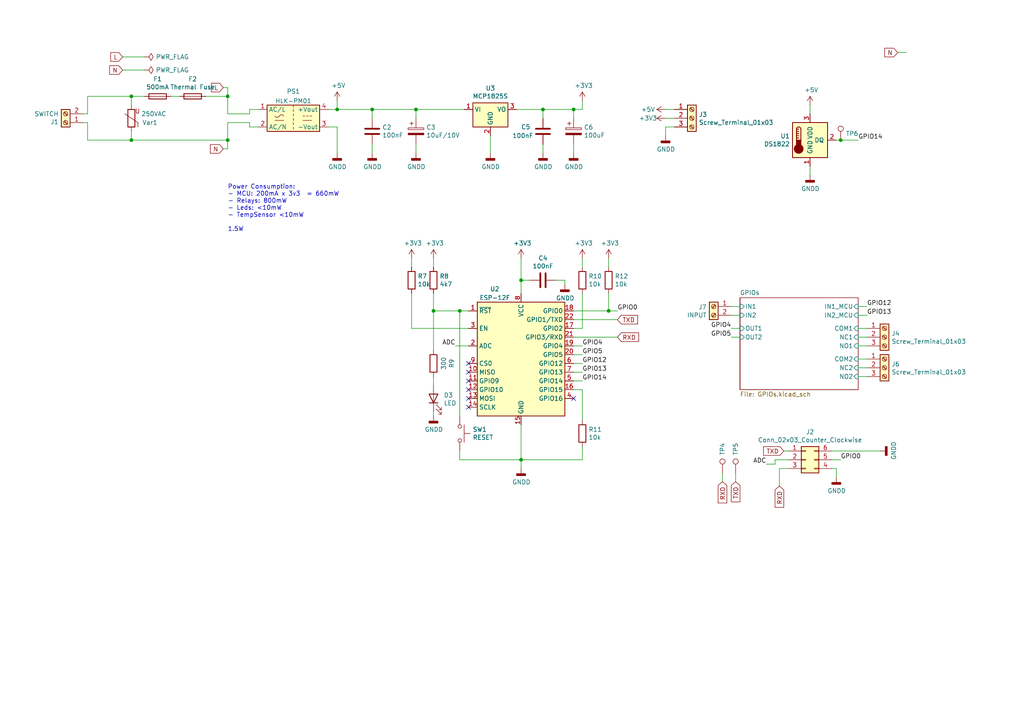
<source format=kicad_sch>
(kicad_sch (version 20211123) (generator eeschema)
  (paper "A4")
  (title_block (title "SmartSwitch") (date "2020-01-12"))
  (lib_symbols
    (symbol "Connector:Screw_Terminal_01x02" (pin_names (offset 1.016) hide)
      (property "Reference" "J" (at 0 2.54 0))
      (property "Value" "Screw_Terminal_01x02" (at 0 -5.08 0))
      (symbol "Screw_Terminal_01x02_1_1"
        (rectangle (start -1.27 1.27) (end 1.27 -3.81) (stroke (width 0.254)) (fill (type background)))
        (circle (center 0 -2.54) (radius 0.635) (stroke (width 0.1524)))
        (polyline (pts (xy -0.5334 -2.2098) (xy 0.3302 -3.048)) (stroke (width 0.1524)))
        (polyline (pts (xy -0.5334 0.3302) (xy 0.3302 -0.508)) (stroke (width 0.1524)))
        (polyline (pts (xy -0.3556 -2.032) (xy 0.508 -2.8702)) (stroke (width 0.1524)))
        (polyline (pts (xy -0.3556 0.508) (xy 0.508 -0.3302)) (stroke (width 0.1524)))
        (circle (center 0 0) (radius 0.635) (stroke (width 0.1524)))
        (pin passive line (at -5.08 0 0) (length 3.81) (name "Pin_1") (number "1"))
        (pin passive line (at -5.08 -2.54 0) (length 3.81) (name "Pin_2") (number "2"))
      )
    )
    (symbol "Connector:Screw_Terminal_01x03" (pin_names (offset 1.016) hide)
      (property "Reference" "J" (at 0 5.08 0))
      (property "Value" "Screw_Terminal_01x03" (at 0 -5.08 0))
      (symbol "Screw_Terminal_01x03_1_1"
        (rectangle (start -1.27 3.81) (end 1.27 -3.81) (stroke (width 0.254)) (fill (type background)))
        (circle (center 0 -2.54) (radius 0.635) (stroke (width 0.1524)))
        (polyline (pts (xy -0.5334 -2.2098) (xy 0.3302 -3.048)) (stroke (width 0.1524)))
        (polyline (pts (xy -0.5334 0.3302) (xy 0.3302 -0.508)) (stroke (width 0.1524)))
        (polyline (pts (xy -0.5334 2.8702) (xy 0.3302 2.032)) (stroke (width 0.1524)))
        (polyline (pts (xy -0.3556 -2.032) (xy 0.508 -2.8702)) (stroke (width 0.1524)))
        (polyline (pts (xy -0.3556 0.508) (xy 0.508 -0.3302)) (stroke (width 0.1524)))
        (polyline (pts (xy -0.3556 3.048) (xy 0.508 2.2098)) (stroke (width 0.1524)))
        (circle (center 0 0) (radius 0.635) (stroke (width 0.1524)))
        (circle (center 0 2.54) (radius 0.635) (stroke (width 0.1524)))
        (pin passive line (at -5.08 2.54 0) (length 3.81) (name "Pin_1") (number "1"))
        (pin passive line (at -5.08 0 0) (length 3.81) (name "Pin_2") (number "2"))
        (pin passive line (at -5.08 -2.54 0) (length 3.81) (name "Pin_3") (number "3"))
      )
    )
    (symbol "Connector:TestPoint" (pin_numbers hide) (pin_names (offset 0.762) hide)
      (property "Reference" "TP" (at 0 6.858 0))
      (property "Value" "TestPoint" (at 0 5.08 0))
      (symbol "TestPoint_0_1"
        (circle (center 0 3.302) (radius 0.762))
      )
      (symbol "TestPoint_1_1"
        (pin passive line (at 0 0 90) (length 2.54) (name "1") (number "1"))
      )
    )
    (symbol "Connector_Generic:Conn_02x03_Counter_Clockwise" (pin_names (offset 1.016) hide)
      (property "Reference" "J" (at 1.27 5.08 0))
      (property "Value" "Conn_02x03_Counter_Clockwise" (at 1.27 -5.08 0))
      (symbol "Conn_02x03_Counter_Clockwise_1_1"
        (rectangle (start -1.27 -2.413) (end 0 -2.667) (stroke (width 0.1524)))
        (rectangle (start -1.27 0.127) (end 0 -0.127) (stroke (width 0.1524)))
        (rectangle (start -1.27 2.667) (end 0 2.413) (stroke (width 0.1524)))
        (rectangle (start -1.27 3.81) (end 3.81 -3.81) (stroke (width 0.254)) (fill (type background)))
        (rectangle (start 3.81 -2.413) (end 2.54 -2.667) (stroke (width 0.1524)))
        (rectangle (start 3.81 0.127) (end 2.54 -0.127) (stroke (width 0.1524)))
        (rectangle (start 3.81 2.667) (end 2.54 2.413) (stroke (width 0.1524)))
        (pin passive line (at -5.08 2.54 0) (length 3.81) (name "Pin_1") (number "1"))
        (pin passive line (at -5.08 0 0) (length 3.81) (name "Pin_2") (number "2"))
        (pin passive line (at -5.08 -2.54 0) (length 3.81) (name "Pin_3") (number "3"))
        (pin passive line (at 7.62 -2.54 180) (length 3.81) (name "Pin_4") (number "4"))
        (pin passive line (at 7.62 0 180) (length 3.81) (name "Pin_5") (number "5"))
        (pin passive line (at 7.62 2.54 180) (length 3.81) (name "Pin_6") (number "6"))
      )
    )
    (symbol "Converter_ACDC:HLK-PM01"
      (property "Reference" "PS" (at 0 5.08 0))
      (property "Value" "HLK-PM01" (at 0 -5.08 0))
      (symbol "HLK-PM01_0_1"
        (rectangle (start -7.62 3.81) (end 7.62 -3.81) (stroke (width 0.254)) (fill (type background)))
        (arc (start -5.334 0.635) (mid -4.699 0.2495) (end -4.064 0.635))
        (arc (start -2.794 0.635) (mid -3.429 1.0072) (end -4.064 0.635))
        (polyline (pts (xy -5.334 -0.635) (xy -2.794 -0.635)))
        (polyline (pts (xy 0 -2.54) (xy 0 -3.175)))
        (polyline (pts (xy 0 -1.27) (xy 0 -1.905)))
        (polyline (pts (xy 0 0) (xy 0 -0.635)))
        (polyline (pts (xy 0 1.27) (xy 0 0.635)))
        (polyline (pts (xy 0 2.54) (xy 0 1.905)))
        (polyline (pts (xy 0 3.81) (xy 0 3.175)))
        (polyline (pts (xy 2.794 -0.635) (xy 5.334 -0.635)))
        (polyline (pts (xy 2.794 0.635) (xy 3.302 0.635)))
        (polyline (pts (xy 3.81 0.635) (xy 4.318 0.635)))
        (polyline (pts (xy 4.826 0.635) (xy 5.334 0.635)))
      )
      (symbol "HLK-PM01_1_1"
        (pin power_in line (at -10.16 2.54 0) (length 2.54) (name "AC/L") (number "1"))
        (pin power_in line (at -10.16 -2.54 0) (length 2.54) (name "AC/N") (number "2"))
        (pin power_out line (at 10.16 -2.54 180) (length 2.54) (name "-Vout") (number "3"))
        (pin power_out line (at 10.16 2.54 180) (length 2.54) (name "+Vout") (number "4"))
      )
    )
    (symbol "Device:C" (pin_numbers hide) (pin_names (offset 0.254))
      (property "Reference" "C" (at 0.635 2.54 0))
      (property "Value" "C" (at 0.635 -2.54 0))
      (symbol "C_0_1"
        (polyline (pts (xy -2.032 -0.762) (xy 2.032 -0.762)) (stroke (width 0.508)))
        (polyline (pts (xy -2.032 0.762) (xy 2.032 0.762)) (stroke (width 0.508)))
      )
      (symbol "C_1_1"
        (pin passive line (at 0 3.81 270) (length 2.794) (name "~") (number "1"))
        (pin passive line (at 0 -3.81 90) (length 2.794) (name "~") (number "2"))
      )
    )
    (symbol "Device:C_Polarized" (pin_numbers hide) (pin_names (offset 0.254))
      (property "Reference" "C" (at 0.635 2.54 0))
      (property "Value" "C_Polarized" (at 0.635 -2.54 0))
      (symbol "C_Polarized_0_1"
        (rectangle (start -2.286 0.508) (end 2.286 1.016))
        (polyline (pts (xy -1.778 2.286) (xy -0.762 2.286)))
        (polyline (pts (xy -1.27 2.794) (xy -1.27 1.778)))
        (rectangle (start 2.286 -0.508) (end -2.286 -1.016) (fill (type outline)))
      )
      (symbol "C_Polarized_1_1"
        (pin passive line (at 0 3.81 270) (length 2.794) (name "~") (number "1"))
        (pin passive line (at 0 -3.81 90) (length 2.794) (name "~") (number "2"))
      )
    )
    (symbol "Device:Fuse" (pin_numbers hide) (pin_names (offset 0))
      (property "Reference" "F" (at 2.032 0 90))
      (property "Value" "Fuse" (at -1.905 0 90))
      (symbol "Fuse_0_1"
        (rectangle (start -0.762 -2.54) (end 0.762 2.54) (stroke (width 0.254)))
        (polyline (pts (xy 0 2.54) (xy 0 -2.54)))
      )
      (symbol "Fuse_1_1"
        (pin passive line (at 0 3.81 270) (length 1.27) (name "~") (number "1"))
        (pin passive line (at 0 -3.81 90) (length 1.27) (name "~") (number "2"))
      )
    )
    (symbol "Device:LED" (pin_numbers hide) (pin_names (offset 1.016) hide)
      (property "Reference" "D" (at 0 2.54 0))
      (property "Value" "LED" (at 0 -2.54 0))
      (symbol "LED_0_1"
        (polyline (pts (xy -1.27 -1.27) (xy -1.27 1.27)) (stroke (width 0.254)))
        (polyline (pts (xy -1.27 0) (xy 1.27 0)))
        (polyline (pts (xy 1.27 -1.27) (xy 1.27 1.27) (xy -1.27 0) (xy 1.27 -1.27)) (stroke (width 0.254)))
        (polyline (pts (xy -3.048 -0.762) (xy -4.572 -2.286) (xy -3.81 -2.286) (xy -4.572 -2.286) (xy -4.572 -1.524)))
        (polyline (pts (xy -1.778 -0.762) (xy -3.302 -2.286) (xy -2.54 -2.286) (xy -3.302 -2.286) (xy -3.302 -1.524)))
      )
      (symbol "LED_1_1"
        (pin passive line (at -3.81 0 0) (length 2.54) (name "K") (number "1"))
        (pin passive line (at 3.81 0 180) (length 2.54) (name "A") (number "2"))
      )
    )
    (symbol "Device:R" (pin_numbers hide) (pin_names (offset 0))
      (property "Reference" "R" (at 2.032 0 90))
      (property "Value" "R" (at 0 0 90))
      (symbol "R_0_1"
        (rectangle (start -1.016 -2.54) (end 1.016 2.54) (stroke (width 0.254)))
      )
      (symbol "R_1_1"
        (pin passive line (at 0 3.81 270) (length 1.27) (name "~") (number "1"))
        (pin passive line (at 0 -3.81 90) (length 1.27) (name "~") (number "2"))
      )
    )
    (symbol "Device:Varistor" (pin_numbers hide) (pin_names (offset 0))
      (property "Reference" "RV" (at 3.175 0 90))
      (property "Value" "Varistor" (at -3.175 0 90))
      (symbol "Varistor_0_0"
        (text "U" (at -1.778 -2.032 0) (effects (font (size 1.27 1.27))))
      )
      (symbol "Varistor_0_1"
        (rectangle (start -1.016 -2.54) (end 1.016 2.54) (stroke (width 0.254)))
        (polyline (pts (xy -1.905 2.54) (xy -1.905 1.27) (xy 1.905 -1.27)))
      )
      (symbol "Varistor_1_1"
        (pin passive line (at 0 3.81 270) (length 1.27) (name "~") (number "1"))
        (pin passive line (at 0 -3.81 90) (length 1.27) (name "~") (number "2"))
      )
    )
    (symbol "RF_Module:ESP-12F"
      (property "Reference" "U" (at -12.7 19.05 0))
      (property "Value" "ESP-12F" (at 12.7 19.05 0))
      (symbol "ESP-12F_0_1"
        (rectangle (start -12.7 17.78) (end 12.7 -15.24) (stroke (width 0.254)) (fill (type background)))
      )
      (symbol "ESP-12F_1_1"
        (pin input line (at -15.24 15.24 0) (length 2.54) (name "~{RST}") (number "1"))
        (pin bidirectional line (at -15.24 -2.54 0) (length 2.54) (name "MISO") (number "10"))
        (pin bidirectional line (at -15.24 -5.08 0) (length 2.54) (name "GPIO9") (number "11"))
        (pin bidirectional line (at -15.24 -7.62 0) (length 2.54) (name "GPIO10") (number "12"))
        (pin bidirectional line (at -15.24 -10.16 0) (length 2.54) (name "MOSI") (number "13"))
        (pin bidirectional line (at -15.24 -12.7 0) (length 2.54) (name "SCLK") (number "14"))
        (pin power_in line (at 0 -17.78 90) (length 2.54) (name "GND") (number "15"))
        (pin bidirectional line (at 15.24 -7.62 180) (length 2.54) (name "GPIO15") (number "16"))
        (pin bidirectional line (at 15.24 10.16 180) (length 2.54) (name "GPIO2") (number "17"))
        (pin bidirectional line (at 15.24 15.24 180) (length 2.54) (name "GPIO0") (number "18"))
        (pin bidirectional line (at 15.24 5.08 180) (length 2.54) (name "GPIO4") (number "19"))
        (pin input line (at -15.24 5.08 0) (length 2.54) (name "ADC") (number "2"))
        (pin bidirectional line (at 15.24 2.54 180) (length 2.54) (name "GPIO5") (number "20"))
        (pin bidirectional line (at 15.24 7.62 180) (length 2.54) (name "GPIO3/RXD") (number "21"))
        (pin bidirectional line (at 15.24 12.7 180) (length 2.54) (name "GPIO1/TXD") (number "22"))
        (pin input line (at -15.24 10.16 0) (length 2.54) (name "EN") (number "3"))
        (pin bidirectional line (at 15.24 -10.16 180) (length 2.54) (name "GPIO16") (number "4"))
        (pin bidirectional line (at 15.24 -5.08 180) (length 2.54) (name "GPIO14") (number "5"))
        (pin bidirectional line (at 15.24 0 180) (length 2.54) (name "GPIO12") (number "6"))
        (pin bidirectional line (at 15.24 -2.54 180) (length 2.54) (name "GPIO13") (number "7"))
        (pin power_in line (at 0 20.32 270) (length 2.54) (name "VCC") (number "8"))
        (pin input line (at -15.24 0 0) (length 2.54) (name "CS0") (number "9"))
      )
    )
    (symbol "Regulator_Linear:MCP1825S"
      (property "Reference" "U" (at -3.81 3.175 0))
      (property "Value" "MCP1825S" (at 0 3.175 0))
      (symbol "MCP1825S_0_1"
        (rectangle (start -5.08 1.905) (end 5.08 -5.08) (stroke (width 0.254)) (fill (type background)))
      )
      (symbol "MCP1825S_1_1"
        (pin power_in line (at -7.62 0 0) (length 2.54) (name "VI") (number "1"))
        (pin power_in line (at 0 -7.62 90) (length 2.54) (name "GND") (number "2"))
        (pin power_out line (at 7.62 0 180) (length 2.54) (name "VO") (number "3"))
      )
    )
    (symbol "Sensor_Temperature:DS1822" (pin_names (offset 1.016))
      (property "Reference" "U" (at -3.81 6.35 0))
      (property "Value" "DS1822" (at 6.35 6.35 0))
      (symbol "DS1822_0_1"
        (rectangle (start -5.08 5.08) (end 5.08 -5.08) (stroke (width 0.254)) (fill (type background)))
        (circle (center -3.302 -2.54) (radius 1.27) (stroke (width 0.254)) (fill (type outline)))
        (rectangle (start -2.667 -1.905) (end -3.937 0) (stroke (width 0.254)) (fill (type outline)))
        (arc (start -2.667 3.175) (mid -3.302 3.81) (end -3.937 3.175) (stroke (width 0.254)))
        (polyline (pts (xy -3.937 0.635) (xy -3.302 0.635)) (stroke (width 0.254)))
        (polyline (pts (xy -3.937 1.27) (xy -3.302 1.27)) (stroke (width 0.254)))
        (polyline (pts (xy -3.937 1.905) (xy -3.302 1.905)) (stroke (width 0.254)))
        (polyline (pts (xy -3.937 2.54) (xy -3.302 2.54)) (stroke (width 0.254)))
        (polyline (pts (xy -3.937 3.175) (xy -3.937 0)) (stroke (width 0.254)))
        (polyline (pts (xy -3.937 3.175) (xy -3.302 3.175)) (stroke (width 0.254)))
        (polyline (pts (xy -2.667 3.175) (xy -2.667 0)) (stroke (width 0.254)))
      )
      (symbol "DS1822_1_1"
        (pin power_in line (at 0 -7.62 90) (length 2.54) (name "GND") (number "1"))
        (pin bidirectional line (at 7.62 0 180) (length 2.54) (name "DQ") (number "2"))
        (pin power_in line (at 0 7.62 270) (length 2.54) (name "VDD") (number "3"))
      )
    )
    (symbol "Switch:SW_Push" (pin_numbers hide) (pin_names (offset 1.016) hide)
      (property "Reference" "SW" (at 1.27 2.54 0))
      (property "Value" "SW_Push" (at 0 -1.524 0))
      (symbol "SW_Push_0_1"
        (circle (center -2.032 0) (radius 0.508))
        (polyline (pts (xy 0 1.27) (xy 0 3.048)))
        (polyline (pts (xy 2.54 1.27) (xy -2.54 1.27)))
        (circle (center 2.032 0) (radius 0.508))
        (pin passive line (at -5.08 0 0) (length 2.54) (name "1") (number "1"))
        (pin passive line (at 5.08 0 180) (length 2.54) (name "2") (number "2"))
      )
    )
    (symbol "power:+3V3" (power) (pin_names (offset 0))
      (property "Value" "+3V3" (at 0 3.556 0))
      (symbol "+3V3_0_1"
        (polyline (pts (xy -0.762 1.27) (xy 0 2.54)))
        (polyline (pts (xy 0 0) (xy 0 2.54)))
        (polyline (pts (xy 0 2.54) (xy 0.762 1.27)))
      )
      (symbol "+3V3_1_1"
        (pin power_in line (at 0 0 90) (length 0) hide (name "+3V3") (number "1"))
      )
    )
    (symbol "power:+5V" (power) (pin_names (offset 0))
      (property "Value" "+5V" (at 0 3.556 0))
      (symbol "+5V_0_1"
        (polyline (pts (xy -0.762 1.27) (xy 0 2.54)))
        (polyline (pts (xy 0 0) (xy 0 2.54)))
        (polyline (pts (xy 0 2.54) (xy 0.762 1.27)))
      )
      (symbol "+5V_1_1"
        (pin power_in line (at 0 0 90) (length 0) hide (name "+5V") (number "1"))
      )
    )
    (symbol "power:GNDD" (power) (pin_names (offset 0))
      (property "Value" "GNDD" (at 0 -3.175 0))
      (symbol "GNDD_0_1"
        (rectangle (start -1.27 -1.524) (end 1.27 -2.032) (stroke (width 0.254)) (fill (type outline)))
        (polyline (pts (xy 0 0) (xy 0 -1.524)))
      )
      (symbol "GNDD_1_1"
        (pin power_in line (at 0 0 270) (length 0) hide (name "GNDD") (number "1"))
      )
    )
    (symbol "power:PWR_FLAG" (power) (pin_numbers hide) (pin_names (offset 0) hide)
      (property "Value" "PWR_FLAG" (at 0 3.81 0))
      (symbol "PWR_FLAG_0_0"
        (pin power_out line (at 0 0 90) (length 0) (name "pwr") (number "1"))
      )
      (symbol "PWR_FLAG_0_1"
        (polyline (pts (xy 0 0) (xy 0 1.27) (xy -1.016 1.905) (xy 0 2.54) (xy 1.016 1.905) (xy 0 1.27)))
      )
    )
  )
  (junction (at 97.79 31.75))
  (junction (at 176.53 90.17))
  (junction (at 125.73 90.17))
  (junction (at 120.65 31.75))
  (junction (at 243.84 40.64))
  (junction (at 157.48 31.75))
  (junction (at 66.04 40.64))
  (junction (at 151.13 81.28))
  (junction (at 38.1 27.94))
  (junction (at 66.04 27.94))
  (junction (at 151.13 133.35))
  (junction (at 133.35 90.17))
  (junction (at 107.95 31.75))
  (junction (at 166.37 31.75))
  (junction (at 38.1 40.64))
  (no_connect (at 135.89 107.95))
  (no_connect (at 166.37 115.57))
  (no_connect (at 135.89 105.41))
  (no_connect (at 135.89 113.03))
  (no_connect (at 135.89 118.11))
  (no_connect (at 135.89 110.49))
  (no_connect (at 135.89 115.57))
  (wire (pts (xy 166.37 90.17) (xy 176.53 90.17)))
  (wire (pts (xy 151.13 81.28) (xy 151.13 85.09)))
  (wire (pts (xy 151.13 135.89) (xy 151.13 133.35)))
  (wire (pts (xy 168.91 95.25) (xy 168.91 85.09)))
  (wire (pts (xy 120.65 31.75) (xy 107.95 31.75)))
  (wire (pts (xy 168.91 105.41) (xy 166.37 105.41)))
  (wire (pts (xy 157.48 41.91) (xy 157.48 44.45)))
  (wire (pts (xy 168.91 113.03) (xy 168.91 121.92)))
  (wire (pts (xy 49.53 27.94) (xy 52.07 27.94)))
  (wire (pts (xy 97.79 36.83) (xy 97.79 44.45)))
  (wire (pts (xy 226.06 135.89) (xy 228.6 135.89)))
  (wire (pts (xy 72.39 36.83) (xy 72.39 35.56)))
  (wire (pts (xy 133.35 130.81) (xy 133.35 133.35)))
  (wire (pts (xy 166.37 113.03) (xy 168.91 113.03)))
  (wire (pts (xy 227.33 130.81) (xy 228.6 130.81)))
  (wire (pts (xy 107.95 44.45) (xy 107.95 41.91)))
  (wire (pts (xy 119.38 85.09) (xy 119.38 95.25)))
  (wire (pts (xy 224.79 134.62) (xy 224.79 133.35)))
  (wire (pts (xy 176.53 74.93) (xy 176.53 77.47)))
  (wire (pts (xy 163.83 81.28) (xy 161.29 81.28)))
  (wire (pts (xy 64.77 43.18) (xy 66.04 43.18)))
  (wire (pts (xy 214.63 97.79) (xy 212.09 97.79)))
  (wire (pts (xy 133.35 90.17) (xy 135.89 90.17)))
  (wire (pts (xy 168.91 129.54) (xy 168.91 133.35)))
  (wire (pts (xy 166.37 97.79) (xy 179.07 97.79)))
  (wire (pts (xy 35.56 20.32) (xy 41.91 20.32)))
  (wire (pts (xy 97.79 31.75) (xy 107.95 31.75)))
  (wire (pts (xy 107.95 34.29) (xy 107.95 31.75)))
  (wire (pts (xy 168.91 74.93) (xy 168.91 77.47)))
  (wire (pts (xy 38.1 40.64) (xy 66.04 40.64)))
  (wire (pts (xy 226.06 135.89) (xy 226.06 140.97)))
  (wire (pts (xy 38.1 27.94) (xy 41.91 27.94)))
  (wire (pts (xy 168.91 110.49) (xy 166.37 110.49)))
  (wire (pts (xy 166.37 31.75) (xy 168.91 31.75)))
  (wire (pts (xy 25.4 35.56) (xy 24.13 35.56)))
  (wire (pts (xy 38.1 38.1) (xy 38.1 40.64)))
  (wire (pts (xy 222.25 134.62) (xy 224.79 134.62)))
  (wire (pts (xy 248.92 95.25) (xy 251.46 95.25)))
  (wire (pts (xy 25.4 33.02) (xy 25.4 27.94)))
  (wire (pts (xy 66.04 35.56) (xy 72.39 35.56)))
  (wire (pts (xy 168.91 95.25) (xy 166.37 95.25)))
  (wire (pts (xy 243.84 133.35) (xy 241.3 133.35)))
  (wire (pts (xy 193.04 36.83) (xy 193.04 39.37)))
  (wire (pts (xy 119.38 95.25) (xy 135.89 95.25)))
  (wire (pts (xy 149.86 31.75) (xy 157.48 31.75)))
  (wire (pts (xy 241.3 130.81) (xy 255.27 130.81)))
  (wire (pts (xy 119.38 77.47) (xy 119.38 74.93)))
  (wire (pts (xy 125.73 90.17) (xy 125.73 85.09)))
  (wire (pts (xy 132.08 100.33) (xy 135.89 100.33)))
  (wire (pts (xy 242.57 135.89) (xy 241.3 135.89)))
  (wire (pts (xy 166.37 41.91) (xy 166.37 44.45)))
  (wire (pts (xy 209.55 137.16) (xy 209.55 139.7)))
  (wire (pts (xy 251.46 109.22) (xy 248.92 109.22)))
  (wire (pts (xy 224.79 133.35) (xy 228.6 133.35)))
  (wire (pts (xy 214.63 91.44) (xy 212.09 91.44)))
  (wire (pts (xy 251.46 88.9) (xy 248.92 88.9)))
  (wire (pts (xy 120.65 44.45) (xy 120.65 41.91)))
  (wire (pts (xy 251.46 97.79) (xy 248.92 97.79)))
  (wire (pts (xy 125.73 90.17) (xy 125.73 101.6)))
  (wire (pts (xy 142.24 44.45) (xy 142.24 39.37)))
  (wire (pts (xy 248.92 100.33) (xy 251.46 100.33)))
  (wire (pts (xy 72.39 33.02) (xy 72.39 31.75)))
  (wire (pts (xy 25.4 35.56) (xy 25.4 40.64)))
  (wire (pts (xy 260.35 15.24) (xy 262.89 15.24)))
  (wire (pts (xy 151.13 74.93) (xy 151.13 81.28)))
  (wire (pts (xy 195.58 36.83) (xy 193.04 36.83)))
  (wire (pts (xy 251.46 104.14) (xy 248.92 104.14)))
  (wire (pts (xy 151.13 123.19) (xy 151.13 133.35)))
  (wire (pts (xy 38.1 30.48) (xy 38.1 27.94)))
  (wire (pts (xy 59.69 27.94) (xy 66.04 27.94)))
  (wire (pts (xy 251.46 91.44) (xy 248.92 91.44)))
  (wire (pts (xy 179.07 90.17) (xy 176.53 90.17)))
  (wire (pts (xy 66.04 33.02) (xy 72.39 33.02)))
  (wire (pts (xy 157.48 31.75) (xy 157.48 34.29)))
  (wire (pts (xy 64.77 25.4) (xy 66.04 25.4)))
  (wire (pts (xy 120.65 31.75) (xy 134.62 31.75)))
  (wire (pts (xy 176.53 85.09) (xy 176.53 90.17)))
  (wire (pts (xy 163.83 82.55) (xy 163.83 81.28)))
  (wire (pts (xy 133.35 120.65) (xy 133.35 90.17)))
  (wire (pts (xy 95.25 31.75) (xy 97.79 31.75)))
  (wire (pts (xy 213.36 137.16) (xy 213.36 139.7)))
  (wire (pts (xy 168.91 107.95) (xy 166.37 107.95)))
  (wire (pts (xy 66.04 25.4) (xy 66.04 27.94)))
  (wire (pts (xy 168.91 102.87) (xy 166.37 102.87)))
  (wire (pts (xy 97.79 36.83) (xy 95.25 36.83)))
  (wire (pts (xy 97.79 31.75) (xy 97.79 29.21)))
  (wire (pts (xy 35.56 16.51) (xy 41.91 16.51)))
  (wire (pts (xy 120.65 34.29) (xy 120.65 31.75)))
  (wire (pts (xy 168.91 100.33) (xy 166.37 100.33)))
  (wire (pts (xy 151.13 81.28) (xy 153.67 81.28)))
  (wire (pts (xy 166.37 31.75) (xy 166.37 34.29)))
  (wire (pts (xy 151.13 133.35) (xy 168.91 133.35)))
  (wire (pts (xy 193.04 34.29) (xy 195.58 34.29)))
  (wire (pts (xy 234.95 30.48) (xy 234.95 33.02)))
  (wire (pts (xy 66.04 27.94) (xy 66.04 33.02)))
  (wire (pts (xy 25.4 27.94) (xy 38.1 27.94)))
  (wire (pts (xy 125.73 120.65) (xy 125.73 119.38)))
  (wire (pts (xy 195.58 31.75) (xy 193.04 31.75)))
  (wire (pts (xy 234.95 48.26) (xy 234.95 50.8)))
  (wire (pts (xy 125.73 77.47) (xy 125.73 74.93)))
  (wire (pts (xy 157.48 31.75) (xy 166.37 31.75)))
  (wire (pts (xy 166.37 92.71) (xy 179.07 92.71)))
  (wire (pts (xy 151.13 133.35) (xy 133.35 133.35)))
  (wire (pts (xy 168.91 31.75) (xy 168.91 29.21)))
  (wire (pts (xy 248.92 106.68) (xy 251.46 106.68)))
  (wire (pts (xy 24.13 33.02) (xy 25.4 33.02)))
  (wire (pts (xy 212.09 88.9) (xy 214.63 88.9)))
  (wire (pts (xy 66.04 35.56) (xy 66.04 40.64)))
  (wire (pts (xy 74.93 36.83) (xy 72.39 36.83)))
  (wire (pts (xy 243.84 40.64) (xy 248.92 40.64)))
  (wire (pts (xy 25.4 40.64) (xy 38.1 40.64)))
  (wire (pts (xy 125.73 109.22) (xy 125.73 111.76)))
  (wire (pts (xy 214.63 95.25) (xy 212.09 95.25)))
  (wire (pts (xy 242.57 40.64) (xy 243.84 40.64)))
  (wire (pts (xy 242.57 138.43) (xy 242.57 135.89)))
  (wire (pts (xy 72.39 31.75) (xy 74.93 31.75)))
  (wire (pts (xy 66.04 43.18) (xy 66.04 40.64)))
  (wire (pts (xy 125.73 90.17) (xy 133.35 90.17)))
  (text "Power Consumption:\n- MCU: 200mA x 3v3  = 660mW\n- Relays: 800mW\n- Leds: <10mW\n- TempSensor <10mW\n~{}                                    \n1.5W" (at 66.04 67.31 0) (effects (font (size 1.27 1.27)) (justify left bottom)))
  (label "GPIO4" (at 168.91 100.33 0))
  (label "GPIO4" (at 212.09 95.25 180))
  (label "GPIO13" (at 251.46 91.44 0))
  (label "ADC" (at 222.25 134.62 180))
  (label "ADC" (at 132.08 100.33 180))
  (label "GPIO5" (at 212.09 97.79 180))
  (label "GPIO14" (at 248.92 40.64 0))
  (label "GPIO0" (at 179.07 90.17 0))
  (label "GPIO12" (at 251.46 88.9 0))
  (label "GPIO14" (at 168.91 110.49 0))
  (label "GPIO13" (at 168.91 107.95 0))
  (label "GPIO12" (at 168.91 105.41 0))
  (label "GPIO0" (at 243.84 133.35 0))
  (label "GPIO5" (at 168.91 102.87 0))
  (global_label "L" (shape input) (at 35.56 16.51 180) (property "Intersheet References" "${INTERSHEET_REFS}" (effects hide)))
  (global_label "TXD" (shape input) (at 227.33 130.81 180) (property "Intersheet References" "${INTERSHEET_REFS}" (effects hide)))
  (global_label "L" (shape input) (at 64.77 25.4 180) (property "Intersheet References" "${INTERSHEET_REFS}" (effects hide)))
  (global_label "N" (shape input) (at 64.77 43.18 180) (property "Intersheet References" "${INTERSHEET_REFS}" (effects hide)))
  (global_label "RXD" (shape input) (at 209.55 139.7 270) (property "Intersheet References" "${INTERSHEET_REFS}" (effects hide)))
  (global_label "TXD" (shape input) (at 179.07 92.71 0) (property "Intersheet References" "${INTERSHEET_REFS}" (effects hide)))
  (global_label "TXD" (shape input) (at 213.36 139.7 270) (property "Intersheet References" "${INTERSHEET_REFS}" (effects hide)))
  (global_label "N" (shape input) (at 35.56 20.32 180) (property "Intersheet References" "${INTERSHEET_REFS}" (effects hide)))
  (global_label "RXD" (shape input) (at 226.06 140.97 270) (property "Intersheet References" "${INTERSHEET_REFS}" (effects hide)))
  (global_label "N" (shape input) (at 260.35 15.24 180) (property "Intersheet References" "${INTERSHEET_REFS}" (effects hide)))
  (global_label "RXD" (shape input) (at 179.07 97.79 0) (property "Intersheet References" "${INTERSHEET_REFS}" (effects hide)))
  (symbol (lib_id "Device:Fuse") (at 45.72 27.94 270) (unit 1)
    (property "Reference" "F1" (at 45.72 22.9362 90))
    (property "Value" "500mA" (at 45.72 25.2476 90))
    (property "Footprint" "Fuse:Fuseholder_Cylinder-5x20mm_Schurter_0031_8201_Horizontal_Open" (effects hide))
  )
  (symbol (lib_id "Device:Varistor") (at 38.1 34.29 180) (unit 1)
    (property "Reference" "Var1" (at 45.72 35.56 0) (effects (justify left)))
    (property "Value" "250VAC" (at 48.26 33.02 0) (effects (justify left)))
    (property "Footprint" "Varistor:RV_Disc_D7mm_W3.4mm_P5mm" (effects hide))
  )
  (symbol (lib_id "Device:C") (at 107.95 38.1 0) (unit 1)
    (property "Reference" "C2" (at 110.871 36.9316 0) (effects (justify left)))
    (property "Value" "100nF" (at 110.871 39.243 0) (effects (justify left)))
    (property "Footprint" "Capacitor_THT:C_Disc_D5.0mm_W2.5mm_P5.00mm" (effects hide))
  )
  (symbol (lib_id "Device:C_Polarized") (at 120.65 38.1 0) (unit 1)
    (property "Reference" "C3" (at 123.6472 36.9316 0) (effects (justify left)))
    (property "Value" "10uF/10V" (at 123.6472 39.243 0) (effects (justify left)))
    (property "Footprint" "Capacitor_THT:CP_Radial_D5.0mm_P2.50mm" (effects hide))
  )
  (symbol (lib_id "power:GNDD") (at 97.79 44.45 0) (unit 1)
    (property "Reference" "#PWR02" (effects hide))
    (property "Value" "GNDD" (at 97.8916 48.387 0))
  )
  (symbol (lib_id "power:GNDD") (at 107.95 44.45 0) (unit 1)
    (property "Reference" "#PWR05" (effects hide))
    (property "Value" "GNDD" (at 108.0516 48.387 0))
  )
  (symbol (lib_id "power:GNDD") (at 120.65 44.45 0) (unit 1)
    (property "Reference" "#PWR09" (effects hide))
    (property "Value" "GNDD" (at 120.7516 48.387 0))
  )
  (symbol (lib_id "Regulator_Linear:MCP1825S") (at 142.24 31.75 0) (unit 1)
    (property "Reference" "U3" (at 142.24 25.6032 0))
    (property "Value" "MCP1825S" (at 142.24 27.9146 0))
    (property "Footprint" "Package_TO_SOT_SMD:SOT-223" (effects hide))
    (property "Datasheet" "http://ww1.microchip.com/downloads/en/devicedoc/22056b.pdf" (effects hide))
  )
  (symbol (lib_id "power:GNDD") (at 142.24 44.45 0) (unit 1)
    (property "Reference" "#PWR014" (effects hide))
    (property "Value" "GNDD" (at 142.3416 48.387 0))
  )
  (symbol (lib_id "power:+3V3") (at 168.91 29.21 0) (unit 1)
    (property "Reference" "#PWR018" (effects hide))
    (property "Value" "+3V3" (at 169.291 24.8158 0))
  )
  (symbol (lib_id "power:+5V") (at 97.79 29.21 0) (unit 1)
    (property "Reference" "#PWR03" (effects hide))
    (property "Value" "+5V" (at 98.171 24.8158 0))
  )
  (symbol (lib_id "Device:C") (at 157.48 38.1 0) (unit 1)
    (property "Reference" "C5" (at 151.13 36.83 0) (effects (justify left)))
    (property "Value" "100nF" (at 148.59 39.37 0) (effects (justify left)))
    (property "Footprint" "Capacitor_THT:C_Disc_D5.0mm_W2.5mm_P5.00mm" (effects hide))
  )
  (symbol (lib_id "Device:C_Polarized") (at 166.37 38.1 0) (unit 1)
    (property "Reference" "C6" (at 169.3672 36.9316 0) (effects (justify left)))
    (property "Value" "100uF" (at 169.3672 39.243 0) (effects (justify left)))
    (property "Footprint" "Capacitor_THT:CP_Radial_D5.0mm_P2.50mm" (effects hide))
  )
  (symbol (lib_id "power:GNDD") (at 157.48 44.45 0) (unit 1)
    (property "Reference" "#PWR016" (effects hide))
    (property "Value" "GNDD" (at 157.5816 48.387 0))
  )
  (symbol (lib_id "power:GNDD") (at 166.37 44.45 0) (unit 1)
    (property "Reference" "#PWR017" (effects hide))
    (property "Value" "GNDD" (at 166.4716 48.387 0))
  )
  (symbol (lib_id "RF_Module:ESP-12F") (at 151.13 105.41 0) (unit 1)
    (property "Reference" "U2" (at 143.51 83.82 0))
    (property "Value" "ESP-12F" (at 143.51 86.36 0))
    (property "Footprint" "RF_Module:ESP-12E" (effects hide))
    (property "Datasheet" "http://wiki.ai-thinker.com/_media/esp8266/esp8266_series_modules_user_manual_v1.1.pdf" (effects hide))
  )
  (symbol (lib_id "power:GNDD") (at 151.13 135.89 0) (unit 1)
    (property "Reference" "#PWR011" (effects hide))
    (property "Value" "GNDD" (at 151.2316 139.827 0))
  )
  (symbol (lib_id "Device:R") (at 125.73 81.28 0) (unit 1)
    (property "Reference" "R8" (at 127.508 80.1116 0) (effects (justify left)))
    (property "Value" "4k7" (at 127.508 82.423 0) (effects (justify left)))
    (property "Footprint" "Resistor_SMD:R_1206_3216Metric_Pad1.42x1.75mm_HandSolder" (effects hide))
  )
  (symbol (lib_id "power:+3V3") (at 125.73 74.93 0) (unit 1)
    (property "Reference" "#PWR07" (effects hide))
    (property "Value" "+3V3" (at 126.111 70.5358 0))
  )
  (symbol (lib_id "Device:C") (at 157.48 81.28 270) (unit 1)
    (property "Reference" "C4" (at 157.48 74.8792 90))
    (property "Value" "100nF" (at 157.48 77.1906 90))
    (property "Footprint" "Capacitor_SMD:C_1206_3216Metric_Pad1.42x1.75mm_HandSolder" (effects hide))
  )
  (symbol (lib_id "power:GNDD") (at 163.83 82.55 0) (unit 1)
    (property "Reference" "#PWR012" (effects hide))
    (property "Value" "GNDD" (at 163.9316 86.487 0))
  )
  (symbol (lib_id "power:+3V3") (at 151.13 74.93 0) (unit 1)
    (property "Reference" "#PWR010" (effects hide))
    (property "Value" "+3V3" (at 151.511 70.5358 0))
  )
  (symbol (lib_id "Device:R") (at 119.38 81.28 0) (unit 1)
    (property "Reference" "R7" (at 121.158 80.1116 0) (effects (justify left)))
    (property "Value" "10k" (at 121.158 82.423 0) (effects (justify left)))
    (property "Footprint" "Resistor_SMD:R_1206_3216Metric_Pad1.42x1.75mm_HandSolder" (effects hide))
  )
  (symbol (lib_id "power:+3V3") (at 119.38 74.93 0) (unit 1)
    (property "Reference" "#PWR06" (effects hide))
    (property "Value" "+3V3" (at 119.761 70.5358 0))
  )
  (symbol (lib_id "Device:R") (at 168.91 81.28 0) (unit 1)
    (property "Reference" "R10" (at 170.688 80.1116 0) (effects (justify left)))
    (property "Value" "10k" (at 170.688 82.423 0) (effects (justify left)))
    (property "Footprint" "Resistor_SMD:R_1206_3216Metric_Pad1.42x1.75mm_HandSolder" (effects hide))
  )
  (symbol (lib_id "power:+3V3") (at 168.91 74.93 0) (unit 1)
    (property "Reference" "#PWR013" (effects hide))
    (property "Value" "+3V3" (at 169.291 70.5358 0))
  )
  (symbol (lib_id "Device:R") (at 176.53 81.28 0) (unit 1)
    (property "Reference" "R12" (at 178.308 80.1116 0) (effects (justify left)))
    (property "Value" "10k" (at 178.308 82.423 0) (effects (justify left)))
    (property "Footprint" "Resistor_SMD:R_1206_3216Metric_Pad1.42x1.75mm_HandSolder" (effects hide))
  )
  (symbol (lib_id "power:+3V3") (at 176.53 74.93 0) (unit 1)
    (property "Reference" "#PWR015" (effects hide))
    (property "Value" "+3V3" (at 176.911 70.5358 0))
  )
  (symbol (lib_id "Switch:SW_Push") (at 133.35 125.73 270) (unit 1)
    (property "Reference" "SW1" (at 137.1092 124.5616 90) (effects (justify left)))
    (property "Value" "RESET" (at 137.1092 126.873 90) (effects (justify left)))
    (property "Footprint" "Button_Switch_SMD:SW_SPST_B3SL-1022P" (effects hide))
  )
  (symbol (lib_id "Device:R") (at 168.91 125.73 0) (unit 1)
    (property "Reference" "R11" (at 170.688 124.5616 0) (effects (justify left)))
    (property "Value" "10k" (at 170.688 126.873 0) (effects (justify left)))
    (property "Footprint" "Resistor_SMD:R_1206_3216Metric_Pad1.42x1.75mm_HandSolder" (effects hide))
  )
  (symbol (lib_id "Device:LED") (at 125.73 115.57 90) (unit 1)
    (property "Reference" "D3" (at 128.7018 114.6048 90) (effects (justify right)))
    (property "Value" "LED" (at 128.7018 116.9162 90) (effects (justify right)))
    (property "Footprint" "LED_SMD:LED_1206_3216Metric_Pad1.42x1.75mm_HandSolder" (effects hide))
  )
  (symbol (lib_id "Device:R") (at 125.73 105.41 180) (unit 1)
    (property "Reference" "R9" (at 130.9878 105.41 90))
    (property "Value" "300" (at 128.6764 105.41 90))
    (property "Footprint" "Resistor_SMD:R_1206_3216Metric_Pad1.42x1.75mm_HandSolder" (effects hide))
  )
  (symbol (lib_id "Connector:Screw_Terminal_01x02") (at 207.01 88.9 0) (mirror y) (unit 1)
    (property "Reference" "J7" (at 204.978 89.1032 0) (effects (justify left)))
    (property "Value" "INPUT" (at 204.978 91.4146 0) (effects (justify left)))
    (property "Footprint" "TerminalBlock_Phoenix:TerminalBlock_Phoenix_MKDS-1,5-2_1x02_P5.00mm_Horizontal" (effects hide))
  )
  (symbol (lib_id "power:GNDD") (at 125.73 120.65 0) (unit 1)
    (property "Reference" "#PWR08" (effects hide))
    (property "Value" "GNDD" (at 125.8316 124.587 0))
  )
  (symbol (lib_id "power:GNDD") (at 242.57 138.43 0) (unit 1)
    (property "Reference" "#PWR0107" (effects hide))
    (property "Value" "GNDD" (at 242.6716 142.367 0))
  )
  (symbol (lib_id "Device:Fuse") (at 55.88 27.94 270) (unit 1)
    (property "Reference" "F2" (at 55.88 22.9362 90))
    (property "Value" "Thermal Fuse" (at 55.88 25.2476 90))
    (property "Footprint" "Resistor_THT:R_Axial_DIN0204_L3.6mm_D1.6mm_P5.08mm_Vertical" (effects hide))
  )
  (symbol (lib_id "Connector:Screw_Terminal_01x02") (at 19.05 35.56 180) (unit 1)
    (property "Reference" "J1" (at 17.018 35.3568 0) (effects (justify left)))
    (property "Value" "SWITCH" (at 17.018 33.0454 0) (effects (justify left)))
    (property "Footprint" "TerminalBlock_Phoenix:TerminalBlock_Phoenix_MKDS-1,5-2_1x02_P5.00mm_Horizontal" (effects hide))
  )
  (symbol (lib_id "power:PWR_FLAG") (at 41.91 16.51 270) (unit 1)
    (property "Reference" "#FLG01" (effects hide))
    (property "Value" "PWR_FLAG" (at 45.1612 16.51 90) (effects (justify left)))
  )
  (symbol (lib_id "Connector_Generic:Conn_02x03_Counter_Clockwise") (at 233.68 133.35 0) (unit 1)
    (property "Reference" "J2" (at 234.95 125.2982 0))
    (property "Value" "Conn_02x03_Counter_Clockwise" (at 234.95 127.6096 0))
    (property "Footprint" "Connector_PinHeader_2.54mm:PinHeader_2x03_P2.54mm_Vertical_SMD" (effects hide))
  )
  (symbol (lib_id "power:PWR_FLAG") (at 41.91 20.32 270) (unit 1)
    (property "Reference" "#FLG02" (effects hide))
    (property "Value" "PWR_FLAG" (at 45.1612 20.32 90) (effects (justify left)))
  )
  (symbol (lib_id "power:GNDD") (at 234.95 50.8 0) (unit 1)
    (property "Reference" "#PWR0109" (effects hide))
    (property "Value" "GNDD" (at 235.0516 54.737 0))
  )
  (symbol (lib_id "power:+5V") (at 234.95 30.48 0) (unit 1)
    (property "Reference" "#PWR0110" (effects hide))
    (property "Value" "+5V" (at 235.331 26.0858 0))
  )
  (symbol (lib_id "Connector:Screw_Terminal_01x03") (at 256.54 97.79 0) (unit 1)
    (property "Reference" "J4" (at 258.572 96.7232 0) (effects (justify left)))
    (property "Value" "Screw_Terminal_01x03" (at 258.572 99.0346 0) (effects (justify left)))
    (property "Footprint" "TerminalBlock_Phoenix:TerminalBlock_Phoenix_MKDS-1,5-3_1x03_P5.00mm_Horizontal" (effects hide))
  )
  (symbol (lib_id "Connector:Screw_Terminal_01x03") (at 256.54 106.68 0) (unit 1)
    (property "Reference" "J6" (at 258.572 105.6132 0) (effects (justify left)))
    (property "Value" "Screw_Terminal_01x03" (at 258.572 107.9246 0) (effects (justify left)))
    (property "Footprint" "TerminalBlock_Phoenix:TerminalBlock_Phoenix_MKDS-1,5-3_1x03_P5.00mm_Horizontal" (effects hide))
  )
  (symbol (lib_id "Connector:TestPoint") (at 243.84 40.64 0) (unit 1)
    (property "Reference" "TP6" (at 245.3132 38.7604 0) (effects (justify left)))
    (property "Value" "TestPoint" (effects hide))
    (property "Footprint" "TestPoint:TestPoint_Pad_D1.0mm" (effects hide))
  )
  (symbol (lib_id "Sensor_Temperature:DS1822") (at 234.95 40.64 0) (unit 1)
    (property "Reference" "U1" (at 229.108 39.4716 0) (effects (justify right)))
    (property "Value" "DS1822" (at 229.108 41.783 0) (effects (justify right)))
    (property "Footprint" "Package_TO_SOT_THT:TO-92_Inline" (effects hide))
    (property "Datasheet" "http://datasheets.maximintegrated.com/en/ds/DS1822.pdf" (effects hide))
  )
  (symbol (lib_id "Connector:TestPoint") (at 209.55 137.16 0) (unit 1)
    (property "Reference" "TP4" (at 209.55 132.08 90) (effects (justify left)))
    (property "Value" "TestPoint" (effects hide))
    (property "Footprint" "TestPoint:TestPoint_Pad_D1.0mm" (effects hide))
  )
  (symbol (lib_id "Connector:TestPoint") (at 213.36 137.16 0) (unit 1)
    (property "Reference" "TP5" (at 213.36 132.08 90) (effects (justify left)))
    (property "Value" "TestPoint" (effects hide))
    (property "Footprint" "TestPoint:TestPoint_Pad_D1.0mm" (effects hide))
  )
  (symbol (lib_id "power:+5V") (at 193.04 31.75 90) (unit 1)
    (property "Reference" "#PWR04" (effects hide))
    (property "Value" "+5V" (at 187.96 31.75 90))
  )
  (symbol (lib_id "power:+3V3") (at 193.04 34.29 90) (unit 1)
    (property "Reference" "#PWR019" (effects hide))
    (property "Value" "+3V3" (at 187.96 34.29 90))
  )
  (symbol (lib_id "Connector:Screw_Terminal_01x03") (at 200.66 34.29 0) (unit 1)
    (property "Reference" "J3" (at 202.692 33.2232 0) (effects (justify left)))
    (property "Value" "Screw_Terminal_01x03" (at 202.692 35.5346 0) (effects (justify left)))
    (property "Footprint" "TerminalBlock_Phoenix:TerminalBlock_Phoenix_MKDS-1,5-3_1x03_P5.00mm_Horizontal" (effects hide))
  )
  (symbol (lib_id "power:GNDD") (at 193.04 39.37 0) (unit 1)
    (property "Reference" "#PWR020" (effects hide))
    (property "Value" "GNDD" (at 193.1416 43.307 0))
  )
  (symbol (lib_id "power:GNDD") (at 255.27 130.81 90) (unit 1)
    (property "Reference" "#PWR0101" (effects hide))
    (property "Value" "GNDD" (at 259.207 130.7084 0))
  )
  (symbol (lib_id "Converter_ACDC:HLK-PM01") (at 85.09 34.29 0) (unit 1)
    (property "Reference" "PS1" (at 85.09 26.5135 0))
    (property "Value" "HLK-PM01" (at 85.09 29.2886 0))
    (property "Footprint" "Converter_ACDC:Converter_ACDC_HiLink_HLK-PMxx" (effects hide))
    (property "Datasheet" "http://www.hlktech.net/product_detail.php?ProId=54" (effects hide))
  )
  (sheet (at 214.63 86.36) (size 34.29 26.67)
    (property "Sheet name" "GPIOs" (at 214.63 85.6484 0) (effects (justify left bottom)))
    (property "Sheet file" "GPIOs.kicad_sch" (at 214.63 113.6146 0) (effects (justify left top)))
    (pin "IN1" input (at 214.63 88.9 180))
    (pin "IN2" input (at 214.63 91.44 180))
    (pin "IN1_MCU" input (at 248.92 88.9 0))
    (pin "IN2_MCU" input (at 248.92 91.44 0))
    (pin "OUT1" input (at 214.63 95.25 180))
    (pin "OUT2" input (at 214.63 97.79 180))
    (pin "COM1" input (at 248.92 95.25 0))
    (pin "COM2" input (at 248.92 104.14 0))
    (pin "NC1" input (at 248.92 97.79 0))
    (pin "NO1" input (at 248.92 100.33 0))
    (pin "NC2" input (at 248.92 106.68 0))
    (pin "NO2" input (at 248.92 109.22 0))
  )
)
</source>
